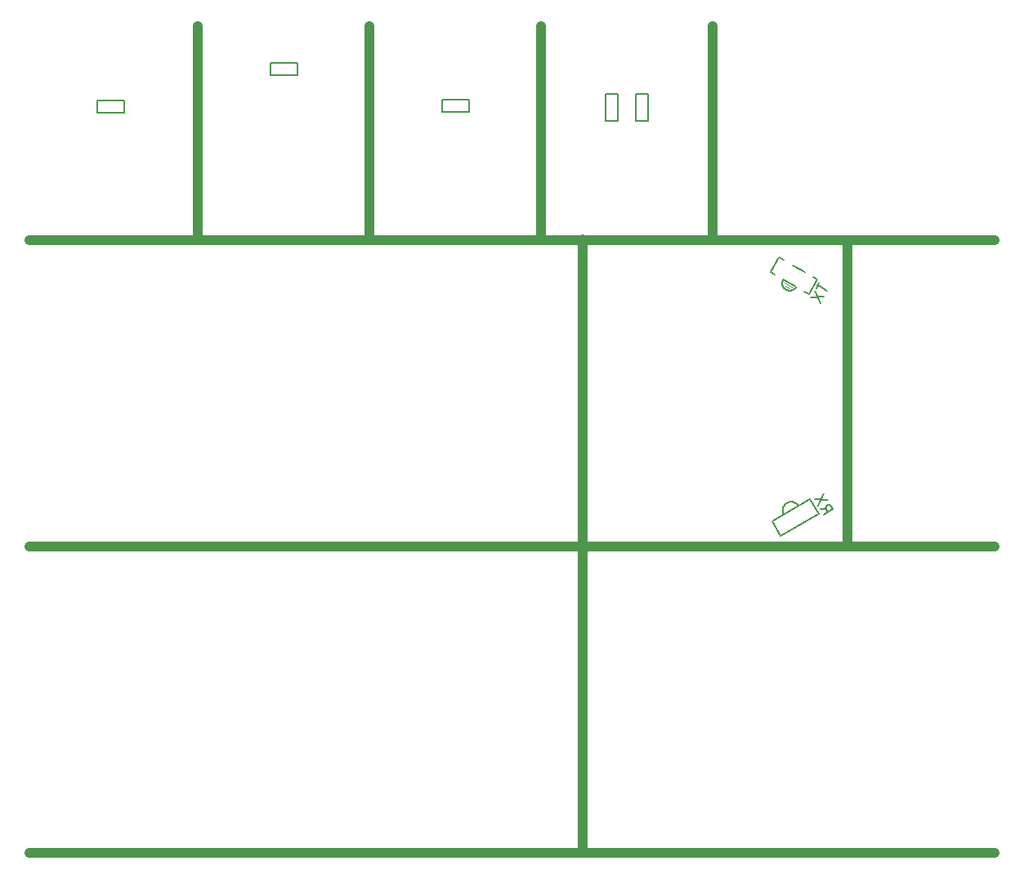
<source format=gbr>
G04 EAGLE Gerber RS-274X export*
G75*
%MOMM*%
%FSLAX34Y34*%
%LPD*%
%INSilkscreen Bottom*%
%IPPOS*%
%AMOC8*
5,1,8,0,0,1.08239X$1,22.5*%
G01*
%ADD10C,1.016000*%
%ADD11C,0.127000*%
%ADD12C,0.152400*%
%ADD13C,0.050800*%


D10*
X0Y142875D02*
X573088Y142875D01*
X1000125Y142875D01*
X573088Y142875D02*
X573088Y460375D01*
X0Y460375D01*
X573088Y460375D02*
X847725Y460375D01*
X1000125Y460375D01*
X847725Y460375D02*
X847725Y777875D01*
X573088Y777875D02*
X573088Y779463D01*
X573088Y777875D02*
X573088Y461963D01*
X174625Y777875D02*
X0Y777875D01*
X174625Y777875D02*
X352425Y777875D01*
X530225Y777875D01*
X573088Y777875D01*
X708025Y777875D01*
X847725Y777875D01*
X1000125Y777875D01*
X708025Y777875D02*
X708025Y1000125D01*
X530225Y1000125D02*
X530225Y777875D01*
X352425Y777875D02*
X352425Y1000125D01*
X174625Y1000125D02*
X174625Y777875D01*
D11*
X98570Y923000D02*
X70630Y923000D01*
X70630Y910300D01*
X98570Y910300D01*
X98570Y923000D01*
X427355Y911225D02*
X455295Y911225D01*
X455295Y923925D01*
X427355Y923925D01*
X427355Y911225D01*
X277495Y962025D02*
X249555Y962025D01*
X249555Y949325D01*
X277495Y949325D01*
X277495Y962025D01*
X641350Y929958D02*
X641350Y902018D01*
X641350Y929958D02*
X628650Y929958D01*
X628650Y902018D01*
X641350Y902018D01*
X596900Y902018D02*
X596900Y929958D01*
X596900Y902018D02*
X609600Y902018D01*
X609600Y929958D01*
X596900Y929958D01*
D12*
X812005Y740171D02*
X816405Y737631D01*
X803207Y745251D02*
X791108Y752236D01*
X781210Y757951D02*
X776810Y760491D01*
X767920Y745094D01*
X803115Y724774D02*
X807515Y722234D01*
X794317Y729854D02*
X781118Y737474D01*
X772320Y742554D02*
X767920Y745094D01*
X807515Y722234D02*
X816405Y737631D01*
X794317Y729854D02*
X794222Y729694D01*
X794124Y729537D01*
X794021Y729382D01*
X793915Y729230D01*
X793805Y729081D01*
X793692Y728934D01*
X793575Y728790D01*
X793455Y728649D01*
X793331Y728510D01*
X793204Y728375D01*
X793073Y728243D01*
X792940Y728114D01*
X792803Y727989D01*
X792663Y727867D01*
X792521Y727748D01*
X792375Y727633D01*
X792227Y727521D01*
X792076Y727413D01*
X791922Y727309D01*
X791766Y727208D01*
X791608Y727112D01*
X791447Y727019D01*
X791284Y726930D01*
X791119Y726845D01*
X790952Y726764D01*
X790783Y726688D01*
X790613Y726615D01*
X790440Y726547D01*
X790266Y726483D01*
X790090Y726423D01*
X789913Y726367D01*
X789735Y726316D01*
X789555Y726269D01*
X789375Y726226D01*
X789193Y726188D01*
X789011Y726154D01*
X788827Y726125D01*
X788644Y726100D01*
X788459Y726080D01*
X788274Y726064D01*
X788089Y726053D01*
X787904Y726046D01*
X787718Y726044D01*
X787532Y726046D01*
X787347Y726053D01*
X787162Y726064D01*
X786977Y726080D01*
X786792Y726100D01*
X786609Y726125D01*
X786425Y726154D01*
X786243Y726188D01*
X786061Y726226D01*
X785881Y726269D01*
X785701Y726316D01*
X785523Y726367D01*
X785346Y726423D01*
X785170Y726483D01*
X784996Y726547D01*
X784823Y726615D01*
X784653Y726688D01*
X784484Y726764D01*
X784317Y726845D01*
X784152Y726930D01*
X783989Y727019D01*
X783828Y727112D01*
X783670Y727208D01*
X783514Y727309D01*
X783360Y727413D01*
X783209Y727521D01*
X783061Y727633D01*
X782915Y727748D01*
X782773Y727867D01*
X782633Y727989D01*
X782496Y728114D01*
X782363Y728243D01*
X782232Y728375D01*
X782105Y728510D01*
X781981Y728649D01*
X781861Y728790D01*
X781744Y728934D01*
X781631Y729081D01*
X781521Y729230D01*
X781415Y729382D01*
X781312Y729537D01*
X781214Y729694D01*
X781119Y729854D01*
X781028Y730016D01*
X780941Y730180D01*
X780858Y730346D01*
X780780Y730514D01*
X780705Y730684D01*
X780634Y730855D01*
X780568Y731029D01*
X780506Y731204D01*
X780448Y731380D01*
X780395Y731558D01*
X780346Y731737D01*
X780301Y731917D01*
X780261Y732098D01*
X780225Y732280D01*
X780193Y732463D01*
X780166Y732646D01*
X780144Y732831D01*
X780126Y733015D01*
X780112Y733200D01*
X780103Y733386D01*
X780099Y733571D01*
X780099Y733757D01*
X780103Y733942D01*
X780112Y734128D01*
X780126Y734313D01*
X780144Y734497D01*
X780166Y734682D01*
X780193Y734865D01*
X780225Y735048D01*
X780261Y735230D01*
X780301Y735411D01*
X780346Y735591D01*
X780395Y735770D01*
X780448Y735948D01*
X780506Y736124D01*
X780568Y736299D01*
X780634Y736473D01*
X780705Y736644D01*
X780780Y736814D01*
X780858Y736982D01*
X780941Y737148D01*
X781028Y737312D01*
X781119Y737474D01*
D13*
X782978Y730534D02*
X787377Y727994D01*
X790847Y728924D02*
X782048Y734004D01*
D11*
X816808Y731279D02*
X826707Y725564D01*
X818395Y734029D02*
X815220Y728530D01*
X809569Y718741D02*
X823278Y719625D01*
X819468Y713026D02*
X813379Y725340D01*
D12*
X809102Y509666D02*
X817992Y494269D01*
X778398Y471409D01*
X769508Y486806D01*
X809102Y509666D01*
X797004Y502681D02*
X796893Y502867D01*
X796778Y503051D01*
X796659Y503231D01*
X796535Y503409D01*
X796407Y503583D01*
X796275Y503755D01*
X796138Y503923D01*
X795998Y504087D01*
X795853Y504249D01*
X795705Y504406D01*
X795553Y504560D01*
X795397Y504711D01*
X795237Y504857D01*
X795074Y505000D01*
X794908Y505138D01*
X794738Y505272D01*
X794565Y505403D01*
X794389Y505529D01*
X794210Y505650D01*
X794028Y505767D01*
X793843Y505880D01*
X793656Y505989D01*
X793466Y506092D01*
X793273Y506191D01*
X793078Y506285D01*
X792881Y506375D01*
X792682Y506460D01*
X792481Y506539D01*
X792278Y506614D01*
X792073Y506684D01*
X791866Y506749D01*
X791658Y506809D01*
X791449Y506864D01*
X791238Y506913D01*
X791026Y506958D01*
X790813Y506997D01*
X790599Y507031D01*
X790385Y507060D01*
X790170Y507084D01*
X789954Y507102D01*
X789738Y507115D01*
X789521Y507123D01*
X789305Y507126D01*
X789089Y507123D01*
X788872Y507115D01*
X788656Y507102D01*
X788440Y507084D01*
X788225Y507060D01*
X788011Y507031D01*
X787797Y506997D01*
X787584Y506958D01*
X787372Y506913D01*
X787161Y506864D01*
X786952Y506809D01*
X786744Y506749D01*
X786537Y506684D01*
X786332Y506614D01*
X786129Y506539D01*
X785928Y506460D01*
X785729Y506375D01*
X785532Y506285D01*
X785337Y506191D01*
X785144Y506092D01*
X784954Y505989D01*
X784767Y505880D01*
X784582Y505767D01*
X784400Y505650D01*
X784221Y505529D01*
X784045Y505403D01*
X783872Y505272D01*
X783702Y505138D01*
X783536Y505000D01*
X783373Y504857D01*
X783213Y504711D01*
X783057Y504560D01*
X782905Y504406D01*
X782757Y504249D01*
X782612Y504087D01*
X782472Y503923D01*
X782335Y503755D01*
X782203Y503583D01*
X782075Y503409D01*
X781951Y503231D01*
X781832Y503051D01*
X781717Y502867D01*
X781606Y502681D01*
X781500Y502492D01*
X781399Y502301D01*
X781302Y502107D01*
X781210Y501911D01*
X781123Y501713D01*
X781041Y501513D01*
X780964Y501310D01*
X780891Y501106D01*
X780824Y500901D01*
X780761Y500693D01*
X780704Y500485D01*
X780652Y500274D01*
X780605Y500063D01*
X780563Y499851D01*
X780526Y499637D01*
X780495Y499423D01*
X780468Y499208D01*
X780447Y498993D01*
X780431Y498777D01*
X780421Y498561D01*
X780416Y498344D01*
X780416Y498128D01*
X780421Y497911D01*
X780431Y497695D01*
X780447Y497479D01*
X780468Y497264D01*
X780495Y497049D01*
X780526Y496835D01*
X780563Y496621D01*
X780605Y496409D01*
X780652Y496198D01*
X780704Y495987D01*
X780761Y495779D01*
X780824Y495571D01*
X780891Y495366D01*
X780964Y495162D01*
X781041Y494959D01*
X781123Y494759D01*
X781210Y494561D01*
X781302Y494365D01*
X781399Y494171D01*
X781500Y493980D01*
X781606Y493791D01*
D11*
X822761Y493833D02*
X832660Y499548D01*
X831072Y502297D01*
X831073Y502298D02*
X831016Y502392D01*
X830955Y502485D01*
X830892Y502576D01*
X830825Y502665D01*
X830755Y502751D01*
X830682Y502834D01*
X830607Y502916D01*
X830529Y502994D01*
X830447Y503069D01*
X830364Y503142D01*
X830278Y503212D01*
X830189Y503279D01*
X830098Y503342D01*
X830005Y503403D01*
X829910Y503460D01*
X829814Y503513D01*
X829715Y503564D01*
X829614Y503611D01*
X829512Y503654D01*
X829409Y503694D01*
X829304Y503730D01*
X829198Y503762D01*
X829091Y503791D01*
X828983Y503816D01*
X828874Y503837D01*
X828765Y503854D01*
X828655Y503868D01*
X828544Y503877D01*
X828434Y503883D01*
X828323Y503885D01*
X828212Y503883D01*
X828102Y503877D01*
X827991Y503868D01*
X827881Y503854D01*
X827772Y503837D01*
X827663Y503816D01*
X827555Y503791D01*
X827448Y503762D01*
X827342Y503730D01*
X827237Y503694D01*
X827134Y503654D01*
X827032Y503611D01*
X826931Y503564D01*
X826832Y503513D01*
X826735Y503460D01*
X826641Y503403D01*
X826548Y503342D01*
X826457Y503279D01*
X826368Y503212D01*
X826282Y503142D01*
X826199Y503069D01*
X826117Y502994D01*
X826039Y502916D01*
X825964Y502834D01*
X825891Y502751D01*
X825821Y502665D01*
X825754Y502576D01*
X825691Y502485D01*
X825630Y502392D01*
X825573Y502297D01*
X825520Y502201D01*
X825469Y502102D01*
X825422Y502001D01*
X825379Y501899D01*
X825339Y501796D01*
X825303Y501691D01*
X825271Y501585D01*
X825242Y501478D01*
X825217Y501370D01*
X825196Y501261D01*
X825179Y501152D01*
X825165Y501042D01*
X825156Y500931D01*
X825150Y500821D01*
X825148Y500710D01*
X825150Y500599D01*
X825156Y500489D01*
X825165Y500378D01*
X825179Y500268D01*
X825196Y500159D01*
X825217Y500050D01*
X825242Y499942D01*
X825271Y499835D01*
X825303Y499729D01*
X825339Y499624D01*
X825379Y499521D01*
X825422Y499419D01*
X825469Y499318D01*
X825520Y499219D01*
X825573Y499122D01*
X827160Y496373D01*
X825255Y499672D02*
X819586Y499332D01*
X817405Y503110D02*
X823494Y515424D01*
X827304Y508825D02*
X813595Y509709D01*
M02*

</source>
